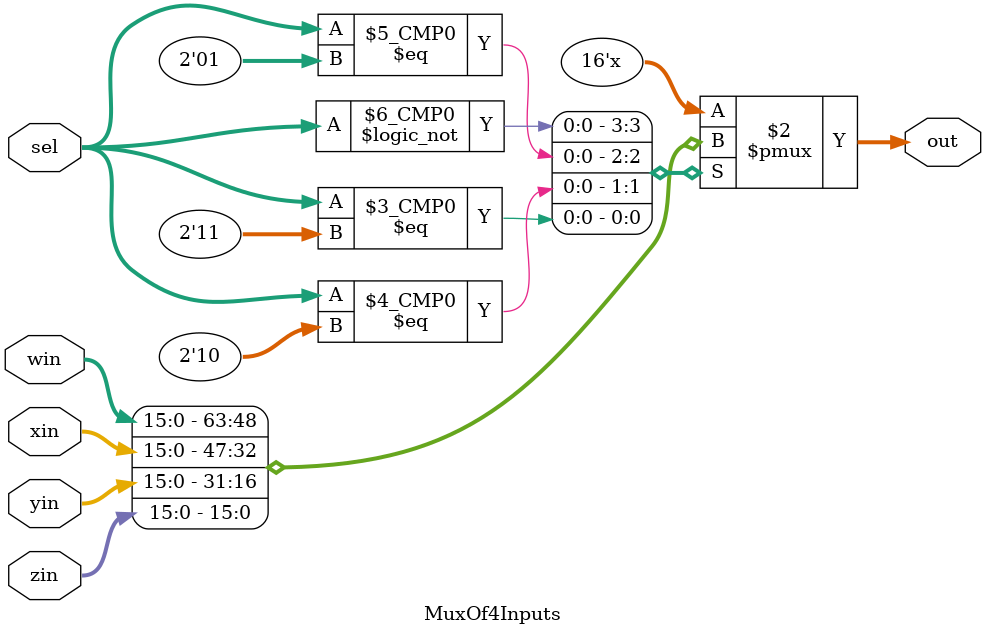
<source format=v>
module datapath(mdata, sximm8, eightnPC, vsel, writenum, write, readnum, clk, 
  loada, loadb, shift, six16, sximm5, asel, bsel, ALUop, loadc, loads, B, C, S,
  r0out, r1out, r2out, r3out, r4out, r5out);

  input [15:0] six16, sximm5;
  input write, clk, loada, loadb, asel, bsel, loadc, loads;
  input [2:0] writenum, readnum;
  input [1:0] vsel, shift, ALUop;
  output [15:0] B, C;
  output [2:0] S;
  output [15:0] r0out, r1out, r2out, r3out, r4out, r5out; // FOR TESTING ONLY ON DE1-SOC
  wire [15:0] data_in, data_out, w3t6, w8t7, Ain, Bin, w2t5;
  wire [2:0] w2t10;
  // changes to above: modified name:sximm5, vsel(from 1b to 2b), modified name: C

  // lab6 Modification 2 
  input [15:0] mdata, sximm8, eightnPC;

  MuxOf4Inputs #(16) mx9(mdata, sximm8, eightnPC, C, vsel, data_in);
  regFile regFile0(data_in, writenum, write, readnum, clk, data_out, r0out, r1out, r2out, r3out, r4out, r5out);
  register #(16) regA(data_out, loada, clk, w3t6);
  register #(16) regB(data_out, loadb, clk, B);
  shifter #(16) shifter0(B, shift, w8t7);
  Mux #(16) mx6(six16, w3t6, asel, Ain);
  Mux #(16) mx7(sximm5, w8t7, bsel, Bin);
  ALU alu0(Ain, Bin, ALUop, w2t5, w2t10);
  register #(16) regC(w2t5, loadc, clk, C);
  register #(3) status(w2t10, loads, clk, S);//input changed to 3bits

endmodule

module Mux(xin, yin, sel, out);
  parameter k = 16 ;
  input [k-1:0] xin, yin; 
  input sel;
  output[k-1:0] out ;
  
  assign out = sel ? xin : yin;
  
endmodule

module MuxOf4Inputs(win, xin, yin, zin, sel, out);
  parameter k = 16 ;
  input [k-1:0] win, xin, yin, zin; 
  input [1:0] sel;
  output[k-1:0] out ;
  reg [k-1:0] out ;

  always @(*)begin
    case(sel)
	2'b00: out = win;
	2'b01: out = xin;
	2'b10: out = yin;
	2'b11: out = zin;
    endcase
  end
endmodule

</source>
